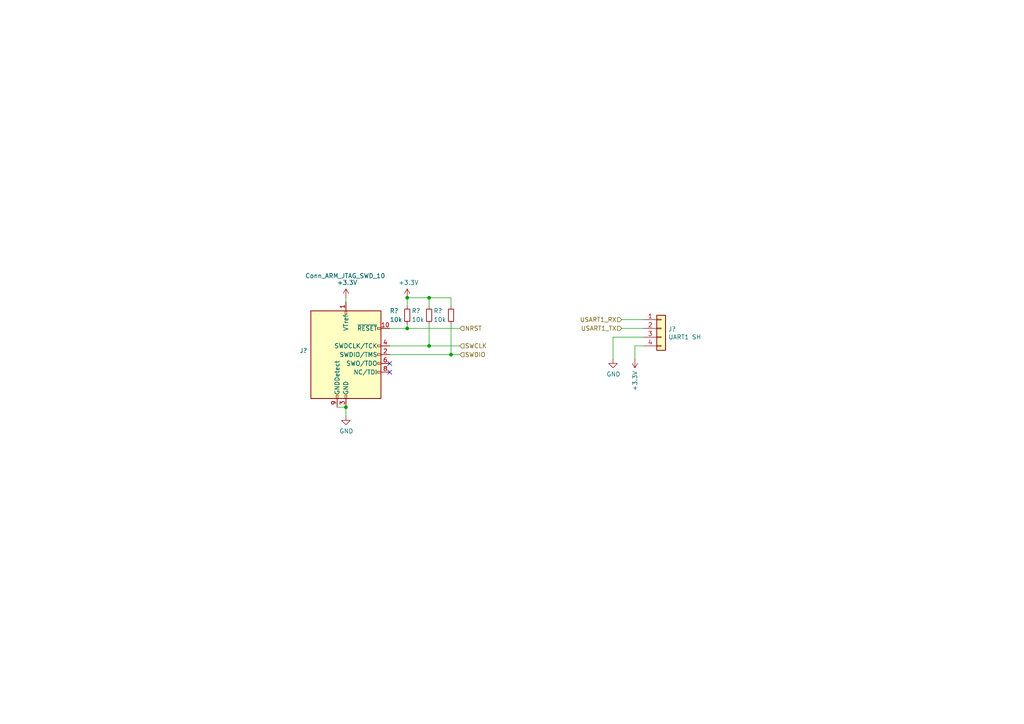
<source format=kicad_sch>
(kicad_sch (version 20211123) (generator eeschema)
  (paper "A4")
  (lib_symbols
    (symbol "Connector:Conn_ARM_JTAG_SWD_10" (pin_names (offset 1.016))
      (property "Reference" "J" (at -2.54 16.51 0))
      (property "Value" "Conn_ARM_JTAG_SWD_10" (at -2.54 13.97 0))
      (symbol "Conn_ARM_JTAG_SWD_10_0_1"
        (rectangle (start -10.16 12.7) (end 10.16 -12.7) (stroke (width 0.254)) (fill (type background)))
        (rectangle (start -2.794 -12.7) (end -2.286 -11.684))
        (rectangle (start -0.254 -12.7) (end 0.254 -11.684))
        (rectangle (start -0.254 12.7) (end 0.254 11.684))
        (rectangle (start 9.144 2.286) (end 10.16 2.794))
        (rectangle (start 10.16 -2.794) (end 9.144 -2.286))
        (rectangle (start 10.16 -0.254) (end 9.144 0.254))
        (rectangle (start 10.16 7.874) (end 9.144 7.366))
      )
      (symbol "Conn_ARM_JTAG_SWD_10_1_1"
        (rectangle (start 9.144 -5.334) (end 10.16 -4.826))
        (pin power_in line (at 0 15.24 270) (length 2.54) (name "VTref") (number "1"))
        (pin open_collector line (at 12.7 7.62 180) (length 2.54) (name "~{RESET}") (number "10"))
        (pin bidirectional line (at 12.7 0 180) (length 2.54) (name "SWDIO/TMS") (number "2"))
        (pin power_in line (at 0 -15.24 90) (length 2.54) (name "GND") (number "3"))
        (pin output line (at 12.7 2.54 180) (length 2.54) (name "SWDCLK/TCK") (number "4"))
        (pin passive line (at 0 -15.24 90) (length 2.54) hide (name "GND") (number "5"))
        (pin input line (at 12.7 -2.54 180) (length 2.54) (name "SWO/TDO") (number "6"))
        (pin no_connect line (at -10.16 0 0) (length 2.54) hide (name "KEY") (number "7"))
        (pin output line (at 12.7 -5.08 180) (length 2.54) (name "NC/TDI") (number "8"))
        (pin passive line (at -2.54 -15.24 90) (length 2.54) (name "GNDDetect") (number "9"))
      )
    )
    (symbol "Connector_Generic:Conn_01x04" (pin_names (offset 1.016) hide)
      (property "Reference" "J" (at 0 5.08 0))
      (property "Value" "Conn_01x04" (at 0 -7.62 0))
      (symbol "Conn_01x04_1_1"
        (rectangle (start -1.27 -4.953) (end 0 -5.207) (stroke (width 0.1524)))
        (rectangle (start -1.27 -2.413) (end 0 -2.667) (stroke (width 0.1524)))
        (rectangle (start -1.27 0.127) (end 0 -0.127) (stroke (width 0.1524)))
        (rectangle (start -1.27 2.667) (end 0 2.413) (stroke (width 0.1524)))
        (rectangle (start -1.27 3.81) (end 1.27 -6.35) (stroke (width 0.254)) (fill (type background)))
        (pin passive line (at -5.08 2.54 0) (length 3.81) (name "Pin_1") (number "1"))
        (pin passive line (at -5.08 0 0) (length 3.81) (name "Pin_2") (number "2"))
        (pin passive line (at -5.08 -2.54 0) (length 3.81) (name "Pin_3") (number "3"))
        (pin passive line (at -5.08 -5.08 0) (length 3.81) (name "Pin_4") (number "4"))
      )
    )
    (symbol "Device:R_Small" (pin_numbers hide) (pin_names (offset 0.254) hide)
      (property "Reference" "R" (at 0.762 0.508 0))
      (property "Value" "R_Small" (at 0.762 -1.016 0))
      (symbol "R_Small_0_1"
        (rectangle (start -0.762 1.778) (end 0.762 -1.778) (stroke (width 0.2032)))
      )
      (symbol "R_Small_1_1"
        (pin passive line (at 0 2.54 270) (length 0.762) (name "~") (number "1"))
        (pin passive line (at 0 -2.54 90) (length 0.762) (name "~") (number "2"))
      )
    )
    (symbol "power:+3.3V" (power) (pin_names (offset 0))
      (property "Value" "+3.3V" (at 0 3.556 0))
      (symbol "+3.3V_0_1"
        (polyline (pts (xy -0.762 1.27) (xy 0 2.54)))
        (polyline (pts (xy 0 0) (xy 0 2.54)))
        (polyline (pts (xy 0 2.54) (xy 0.762 1.27)))
      )
      (symbol "+3.3V_1_1"
        (pin power_in line (at 0 0 90) (length 0) hide (name "+3.3V") (number "1"))
      )
    )
    (symbol "power:GND" (power) (pin_names (offset 0))
      (property "Value" "GND" (at 0 -3.81 0))
      (symbol "GND_0_1"
        (polyline (pts (xy 0 0) (xy 0 -1.27) (xy 1.27 -1.27) (xy 0 -2.54) (xy -1.27 -1.27) (xy 0 -1.27)))
      )
      (symbol "GND_1_1"
        (pin power_in line (at 0 0 270) (length 0) hide (name "GND") (number "1"))
      )
    )
  )
  (junction (at 124.46 100.33))
  (junction (at 118.11 95.25))
  (junction (at 118.11 86.36))
  (junction (at 100.33 118.11))
  (junction (at 124.46 86.36))
  (junction (at 130.81 102.87))
  (no_connect (at 113.03 107.95))
  (no_connect (at 113.03 105.41))
  (wire (pts (xy 124.46 100.33) (xy 133.35 100.33)))
  (wire (pts (xy 130.81 93.98) (xy 130.81 102.87)))
  (wire (pts (xy 100.33 118.11) (xy 97.79 118.11)))
  (wire (pts (xy 118.11 95.25) (xy 133.35 95.25)))
  (wire (pts (xy 186.69 100.33) (xy 184.15 100.33)))
  (wire (pts (xy 113.03 95.25) (xy 118.11 95.25)))
  (wire (pts (xy 177.8 97.79) (xy 177.8 104.14)))
  (wire (pts (xy 130.81 86.36) (xy 124.46 86.36)))
  (wire (pts (xy 100.33 86.36) (xy 100.33 87.63)))
  (wire (pts (xy 130.81 88.9) (xy 130.81 86.36)))
  (wire (pts (xy 118.11 93.98) (xy 118.11 95.25)))
  (wire (pts (xy 100.33 120.65) (xy 100.33 118.11)))
  (wire (pts (xy 113.03 102.87) (xy 130.81 102.87)))
  (wire (pts (xy 186.69 92.71) (xy 180.34 92.71)))
  (wire (pts (xy 184.15 100.33) (xy 184.15 104.14)))
  (wire (pts (xy 124.46 86.36) (xy 118.11 86.36)))
  (wire (pts (xy 113.03 100.33) (xy 124.46 100.33)))
  (wire (pts (xy 124.46 88.9) (xy 124.46 86.36)))
  (wire (pts (xy 186.69 97.79) (xy 177.8 97.79)))
  (wire (pts (xy 186.69 95.25) (xy 180.34 95.25)))
  (wire (pts (xy 124.46 93.98) (xy 124.46 100.33)))
  (wire (pts (xy 130.81 102.87) (xy 133.35 102.87)))
  (wire (pts (xy 118.11 86.36) (xy 118.11 88.9)))
  (hierarchical_label "USART1_TX" (shape input) (at 180.34 95.25 180))
  (hierarchical_label "NRST" (shape input) (at 133.35 95.25 0))
  (hierarchical_label "USART1_RX" (shape input) (at 180.34 92.71 180))
  (hierarchical_label "SWCLK" (shape input) (at 133.35 100.33 0))
  (hierarchical_label "SWDIO" (shape input) (at 133.35 102.87 0))
  (symbol (lib_id "Device:R_Small") (at 124.46 91.44 0) (unit 1)
    (property "Reference" "R?" (at 119.38 90.17 0) (effects (justify left)))
    (property "Value" "10k" (at 119.38 92.71 0) (effects (justify left)))
    (property "Footprint" "Resistor_SMD:R_0201_0603Metric" (effects hide))
  )
  (symbol (lib_id "power:GND") (at 100.33 120.65 0) (unit 1)
    (property "Reference" "#PWR?" (effects hide))
    (property "Value" "GND" (at 100.457 125.0442 0))
  )
  (symbol (lib_id "Device:R_Small") (at 118.11 91.44 0) (unit 1)
    (property "Reference" "R?" (at 113.03 90.17 0) (effects (justify left)))
    (property "Value" "10k" (at 113.03 92.71 0) (effects (justify left)))
    (property "Footprint" "Resistor_SMD:R_0201_0603Metric" (effects hide))
  )
  (symbol (lib_id "power:GND") (at 177.8 104.14 0) (unit 1)
    (property "Reference" "#PWR?" (effects hide))
    (property "Value" "GND" (at 177.927 108.5342 0))
  )
  (symbol (lib_id "Connector:Conn_ARM_JTAG_SWD_10") (at 100.33 102.87 0) (unit 1)
    (property "Reference" "J?" (at 89.154 101.7016 0) (effects (justify right)))
    (property "Value" "Conn_ARM_JTAG_SWD_10" (at 111.76 80.01 0) (effects (justify right)))
    (property "Footprint" "Connector_PinHeader_2.54mm:PinHeader_2x05_P2.54mm_Vertical" (effects hide))
    (property "Datasheet" "http://infocenter.arm.com/help/topic/com.arm.doc.faqs/attached/13634/cortex_debug_connectors.pdf" (effects hide))
  )
  (symbol (lib_id "power:+3.3V") (at 184.15 104.14 180) (unit 1)
    (property "Reference" "#PWR?" (effects hide))
    (property "Value" "+3.3V" (at 184.15 110.49 90))
  )
  (symbol (lib_id "power:+3.3V") (at 118.11 86.36 0) (unit 1)
    (property "Reference" "#PWR?" (effects hide))
    (property "Value" "+3.3V" (at 118.491 81.9658 0))
  )
  (symbol (lib_id "Device:R_Small") (at 130.81 91.44 0) (unit 1)
    (property "Reference" "R?" (at 125.73 90.17 0) (effects (justify left)))
    (property "Value" "10k" (at 125.73 92.71 0) (effects (justify left)))
    (property "Footprint" "Resistor_SMD:R_0201_0603Metric" (effects hide))
  )
  (symbol (lib_id "power:+3.3V") (at 100.33 86.36 0) (unit 1)
    (property "Reference" "#PWR?" (effects hide))
    (property "Value" "+3.3V" (at 100.711 81.9658 0))
  )
  (symbol (lib_id "Connector_Generic:Conn_01x04") (at 191.77 95.25 0) (unit 1)
    (property "Reference" "J?" (at 193.802 95.4532 0) (effects (justify left)))
    (property "Value" "UART1 SH" (at 193.802 97.7646 0) (effects (justify left)))
    (property "Footprint" "Connector_PinHeader_2.54mm:PinHeader_1x04_P2.54mm_Vertical" (effects hide))
  )
)
</source>
